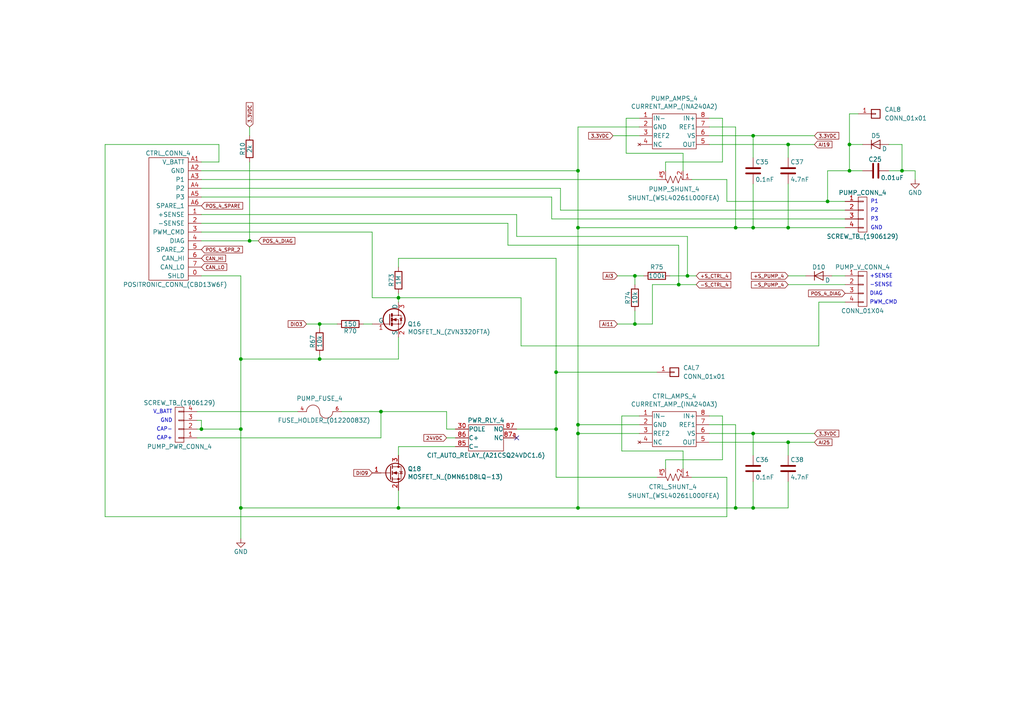
<source format=kicad_sch>
(kicad_sch (version 20250114) (generator "eeschema") (generator_version "9.0")
  (paper "A4")
  (lib_symbols
    (symbol "Connector_Generic:Conn_01x01" (pin_names (offset 1.016) (hide yes))
      (property "Reference" "J1" (at 2.54 1.2701 0))
      (property "Value" "Conn_01x01" (at 2.54 -1.2699 0))
      (symbol "Conn_01x01_1_1"
        (rectangle (start -1.27 1.27) (end 1.27 -1.27) (stroke (width 0.254)))
        (rectangle (start -1.27 0.127) (end 0 -0.127) (stroke (width 0.1524)))
        (pin passive line (at -5.08 0 0) (length 3.81) (name "Pin_1") (number "1"))
      )
    )
    (symbol "Device:Q_NMOS_GSD" (pin_names (offset 0) (hide yes))
      (property "Reference" "Q" (at 5.08 1.27 0))
      (property "Value" "Q_NMOS_GSD" (at 5.08 -1.27 0))
      (symbol "Q_NMOS_GSD_0_1"
        (polyline (pts (xy 0.254 1.905) (xy 0.254 -1.905)) (stroke (width 0.254)))
        (polyline (pts (xy 0.254 0) (xy -2.54 0)))
        (polyline (pts (xy 0.762 2.286) (xy 0.762 1.27)) (stroke (width 0.254)))
        (polyline (pts (xy 0.762 0.508) (xy 0.762 -0.508)) (stroke (width 0.254)))
        (polyline (pts (xy 0.762 -1.27) (xy 0.762 -2.286)) (stroke (width 0.254)))
        (polyline (pts (xy 0.762 -1.778) (xy 3.302 -1.778) (xy 3.302 1.778) (xy 0.762 1.778)))
        (polyline (pts (xy 1.016 0) (xy 2.032 0.381) (xy 2.032 -0.381) (xy 1.016 0)) (fill (type outline)))
        (circle (center 1.651 0) (radius 2.794) (stroke (width 0.254)))
        (polyline (pts (xy 2.54 2.54) (xy 2.54 1.778)))
        (circle (center 2.54 1.778) (radius 0.254) (fill (type outline)))
        (circle (center 2.54 -1.778) (radius 0.254) (fill (type outline)))
        (polyline (pts (xy 2.54 -2.54) (xy 2.54 0) (xy 0.762 0)))
        (polyline (pts (xy 2.794 0.508) (xy 2.921 0.381) (xy 3.683 0.381) (xy 3.81 0.254)))
        (polyline (pts (xy 3.302 0.381) (xy 2.921 -0.254) (xy 3.683 -0.254) (xy 3.302 0.381)))
      )
      (symbol "Q_NMOS_GSD_1_1"
        (pin input line (at -5.08 0 0) (length 2.54) (name "G") (number "1"))
        (pin passive line (at 2.54 5.08 270) (length 2.54) (name "D") (number "3"))
        (pin passive line (at 2.54 -5.08 90) (length 2.54) (name "S") (number "2"))
      )
    )
    (symbol "Device:R_Shunt_US" (pin_names (offset 0) (hide yes))
      (property "Reference" "R" (at -5.08 0 90))
      (property "Value" "R_Shunt_US" (at -3.048 0 90))
      (symbol "R_Shunt_US_1_1"
        (polyline (pts (xy 0 2.286) (xy 0 2.54)))
        (polyline (pts (xy 0 2.286) (xy 1.016 1.905) (xy 0 1.524) (xy -1.016 1.143) (xy 0 0.762)))
        (polyline (pts (xy 0 0.762) (xy 1.016 0.381) (xy 0 0) (xy -1.016 -0.381) (xy 0 -0.762)))
        (polyline (pts (xy 0 -0.762) (xy 1.016 -1.143) (xy 0 -1.524) (xy -1.016 -1.905) (xy 0 -2.286)))
        (polyline (pts (xy 0 -2.286) (xy 0 -2.54)))
        (polyline (pts (xy 0 -2.54) (xy 1.27 -2.54)))
        (polyline (pts (xy 1.27 2.54) (xy 0 2.54)))
        (pin passive line (at 0 5.08 270) (length 2.54) (name "~") (number "1"))
        (pin passive line (at 0 -5.08 90) (length 2.54) (name "~") (number "4"))
        (pin passive line (at 2.54 2.54 180) (length 1.27) (name "~") (number "2"))
        (pin passive line (at 2.54 -2.54 180) (length 1.27) (name "~") (number "3"))
      )
    )
    (symbol "Smart-Tank-Motherboard-rescue:C" (pin_numbers (hide yes)) (pin_names (offset 0.254))
      (property "Reference" "C" (at 0.635 2.54 0))
      (property "Value" "C" (at 0.635 -2.54 0))
      (symbol "C_0_1"
        (polyline (pts (xy -2.032 0.762) (xy 2.032 0.762)) (stroke (width 0.508)))
        (polyline (pts (xy -2.032 -0.762) (xy 2.032 -0.762)) (stroke (width 0.508)))
      )
      (symbol "C_1_1"
        (pin passive line (at 0 3.81 270) (length 2.794) (name "~") (number "1"))
        (pin passive line (at 0 -3.81 90) (length 2.794) (name "~") (number "2"))
      )
    )
    (symbol "Smart-Tank-Motherboard-rescue:CONN_01X04" (pin_names (offset 1.016) (hide yes))
      (property "Reference" "J" (at 0 6.35 0))
      (property "Value" "CONN_01X04" (at 2.54 0 90))
      (symbol "CONN_01X04_0_1"
        (rectangle (start -1.27 5.08) (end 1.27 -5.08))
        (rectangle (start -1.27 3.937) (end 0.254 3.683))
        (rectangle (start -1.27 1.397) (end 0.254 1.143))
        (rectangle (start -1.27 -1.143) (end 0.254 -1.397))
        (rectangle (start -1.27 -3.683) (end 0.254 -3.937))
      )
      (symbol "CONN_01X04_1_1"
        (pin passive line (at -5.08 3.81 0) (length 3.81) (name "P1") (number "1"))
        (pin passive line (at -5.08 1.27 0) (length 3.81) (name "P2") (number "2"))
        (pin passive line (at -5.08 -1.27 0) (length 3.81) (name "P3") (number "3"))
        (pin passive line (at -5.08 -3.81 0) (length 3.81) (name "P4") (number "4"))
      )
    )
    (symbol "Smart-Tank-Motherboard-rescue:D" (pin_numbers (hide yes)) (pin_names (offset 1.016) (hide yes))
      (property "Reference" "D" (at 0 2.54 0))
      (property "Value" "D" (at 0 -2.54 0))
      (symbol "D_0_1"
        (polyline (pts (xy -1.27 1.27) (xy -1.27 -1.27)) (stroke (width 0.2032)))
        (polyline (pts (xy 1.27 1.27) (xy 1.27 -1.27) (xy -1.27 0) (xy 1.27 1.27)) (stroke (width 0.2032)))
        (polyline (pts (xy 1.27 0) (xy -1.27 0)))
      )
      (symbol "D_1_1"
        (pin passive line (at -3.81 0 0) (length 2.54) (name "K") (number "1"))
        (pin passive line (at 3.81 0 180) (length 2.54) (name "A") (number "2"))
      )
    )
    (symbol "Smart-Tank-Motherboard-rescue:FUSE_HOLDER_(01220083Z)" (pin_names (offset 0.254))
      (property "Reference" "F" (at 0 3.81 0))
      (property "Value" "FUSE_HOLDER_(01220083Z)" (at 1.27 -3.81 0))
      (symbol "FUSE_HOLDER_(01220083Z)_0_1"
        (arc (start -3.81 0) (mid -1.905 1.905) (end 0 0))
        (arc (start 3.81 0) (mid 1.905 -1.905) (end 0 0))
      )
      (symbol "FUSE_HOLDER_(01220083Z)_1_1"
        (pin input line (at -6.35 0 0) (length 2.54) (name "~") (number "4"))
        (pin input line (at -6.35 0 0) (length 2.54) (hide yes) (name "~") (number "5"))
        (pin input line (at 6.35 0 180) (length 2.54) (name "~") (number "6"))
        (pin input line (at 6.35 0 180) (length 2.54) (hide yes) (name "~") (number "7"))
      )
    )
    (symbol "Smart-Tank-Motherboard-rescue:GND" (power) (pin_names (offset 0))
      (property "Value" "GND" (at 0 -3.81 0))
      (symbol "GND_0_1"
        (polyline (pts (xy 0 0) (xy 0 -1.27) (xy 1.27 -1.27) (xy 0 -2.54) (xy -1.27 -1.27) (xy 0 -1.27)))
      )
      (symbol "GND_1_1"
        (pin power_in line (at 0 0 270) (length 0) (hide yes) (name "GND") (number "1"))
      )
    )
    (symbol "Smart-Tank-Motherboard-rescue:MOSFET_N_(2N7002P,215)" (pin_names (offset 0))
      (property "Reference" "Q" (at 6.35 1.905 0))
      (property "Value" "MOSFET_N_(2N7002P,215)" (at 6.35 0 0))
      (symbol "MOSFET_N_(2N7002P,215)_0_1"
        (polyline (pts (xy 0 1.524) (xy 0 -1.524) (xy 0 -1.524)) (stroke (width 0.254)))
        (polyline (pts (xy 0.635 1.651) (xy 0.635 1.016)) (stroke (width 0.508)))
        (polyline (pts (xy 0.635 0.381) (xy 0.635 -0.381)) (stroke (width 0.508)))
        (polyline (pts (xy 0.635 -1.016) (xy 0.635 -1.651)) (stroke (width 0.508)))
        (polyline (pts (xy 0.762 1.27) (xy 2.54 1.27) (xy 2.54 2.54) (xy 2.54 2.54)))
        (polyline (pts (xy 0.762 0) (xy 1.27 0) (xy 2.54 0) (xy 2.54 -1.27) (xy 2.54 -1.27)))
        (polyline (pts (xy 0.762 -1.27) (xy 2.54 -1.27) (xy 2.54 -2.54) (xy 2.54 -2.54)))
        (polyline (pts (xy 0.889 0) (xy 1.905 0.381) (xy 1.905 -0.381) (xy 0.889 0) (xy 1.016 0) (xy 1.016 0)) (fill (type outline)))
        (circle (center 1.27 0) (radius 3.175) (stroke (width 0.3048)))
        (polyline (pts (xy 2.54 1.27) (xy 3.302 1.27) (xy 3.302 -1.27) (xy 2.54 -1.27)))
        (circle (center 2.54 1.27) (radius 0.127))
        (circle (center 2.54 -1.27) (radius 0.127))
        (polyline (pts (xy 3.048 0.381) (xy 2.921 0.254)))
        (polyline (pts (xy 3.048 0.381) (xy 3.556 0.381)))
        (polyline (pts (xy 3.302 0.381) (xy 3.048 -0.254) (xy 3.556 -0.254) (xy 3.302 0.381)) (fill (type outline)))
        (polyline (pts (xy 3.556 0.381) (xy 3.683 0.508)))
      )
      (symbol "MOSFET_N_(2N7002P,215)_1_1"
        (pin input line (at -5.08 -1.27 0) (length 5.08) (name "G") (number "1"))
        (pin passive line (at 2.54 5.08 270) (length 2.54) (name "D") (number "3"))
        (pin passive line (at 2.54 -5.08 90) (length 2.54) (name "S") (number "2"))
      )
    )
    (symbol "Smart-Tank-Motherboard-rescue:POSITRONIC_CONN_(CBD13W6F)" (pin_names (offset 1.016))
      (property "Reference" "CTRL_CONN_1" (at -0.762 16.51 0))
      (property "Value" "POSITRONIC_CONN_(CBD13W6F)" (at 1.27 -21.59 0))
      (symbol "POSITRONIC_CONN_(CBD13W6F)_0_1"
        (rectangle (start -6.35 15.24) (end 5.08 -20.32))
      )
      (symbol "POSITRONIC_CONN_(CBD13W6F)_1_1"
        (pin power_in line (at 8.89 13.97 180) (length 3.81) (name "V_BATT") (number "A1"))
        (pin power_in line (at 8.89 11.43 180) (length 3.81) (name "GND") (number "A2"))
        (pin power_out line (at 8.89 8.89 180) (length 3.81) (name "P1") (number "A3"))
        (pin power_out line (at 8.89 6.35 180) (length 3.81) (name "P2") (number "A4"))
        (pin power_out line (at 8.89 3.81 180) (length 3.81) (name "P3") (number "A5"))
        (pin input line (at 8.89 1.27 180) (length 3.81) (name "SPARE_1") (number "A6"))
        (pin passive line (at 8.89 -1.27 180) (length 3.81) (name "+SENSE") (number "1"))
        (pin passive line (at 8.89 -3.81 180) (length 3.81) (name "-SENSE") (number "2"))
        (pin input line (at 8.89 -6.35 180) (length 3.81) (name "PWM_CMD") (number "3"))
        (pin passive line (at 8.89 -8.89 180) (length 3.81) (name "DIAG") (number "4"))
        (pin passive line (at 8.89 -11.43 180) (length 3.81) (name "SPARE_2") (number "5"))
        (pin passive line (at 8.89 -13.97 180) (length 3.81) (name "CAN_HI") (number "6"))
        (pin passive line (at 8.89 -16.51 180) (length 3.81) (name "CAN_LO") (number "7"))
        (pin input line (at 8.89 -19.05 180) (length 3.81) (name "SHLD") (number "0"))
      )
    )
    (symbol "Smart-Tank-Motherboard-rescue:R" (pin_numbers (hide yes)) (pin_names (offset 0))
      (property "Reference" "R" (at 2.032 0 90))
      (property "Value" "R" (at 0 0 90))
      (symbol "R_0_1"
        (rectangle (start -1.016 -2.54) (end 1.016 2.54) (stroke (width 0.254)))
      )
      (symbol "R_1_1"
        (pin passive line (at 0 3.81 270) (length 1.27) (name "~") (number "1"))
        (pin passive line (at 0 -3.81 90) (length 1.27) (name "~") (number "2"))
      )
    )
    (symbol "Smart-Tank-Motherboard-rescue:SCREW_TB_(1906129)" (pin_names (offset 1.016) (hide yes))
      (property "Reference" "P" (at 0 6.35 0))
      (property "Value" "SCREW_TB_(1906129)" (at 2.54 0 90))
      (property "Description_1" " " (at 2.54 8.89 0))
      (symbol "SCREW_TB_(1906129)_0_1"
        (rectangle (start -1.27 5.08) (end 1.27 -5.08))
        (rectangle (start -1.27 3.937) (end 0.254 3.683))
        (rectangle (start -1.27 1.397) (end 0.254 1.143))
        (rectangle (start -1.27 -1.143) (end 0.254 -1.397))
        (rectangle (start -1.27 -3.683) (end 0.254 -3.937))
      )
      (symbol "SCREW_TB_(1906129)_1_1"
        (pin passive line (at -5.08 3.81 0) (length 3.81) (name "P1") (number "1"))
        (pin passive line (at -5.08 1.27 0) (length 3.81) (name "P2") (number "2"))
        (pin passive line (at -5.08 -1.27 0) (length 3.81) (name "P3") (number "3"))
        (pin passive line (at -5.08 -3.81 0) (length 3.81) (name "P4") (number "4"))
      )
    )
    (symbol "Smart-Tank-Motherboard-rescue:TE_AUTO_RELAY_(1432795-1)" (pin_names (offset 0.0254))
      (property "Reference" "P" (at 2.54 7.62 0))
      (property "Value" "TE_AUTO_RELAY_(1432795-1)" (at 3.81 -2.54 0))
      (symbol "TE_AUTO_RELAY_(1432795-1)_0_1"
        (rectangle (start -2.54 6.35) (end 7.62 -1.27))
      )
      (symbol "TE_AUTO_RELAY_(1432795-1)_1_1"
        (pin power_in line (at -6.35 5.08 0) (length 3.81) (name "POLE") (number "30"))
        (pin power_in line (at -6.35 2.54 0) (length 3.81) (name "C+") (number "86"))
        (pin input line (at -6.35 0 0) (length 3.81) (name "C-") (number "85"))
        (pin output line (at 11.43 5.08 180) (length 3.81) (name "NO") (number "87"))
        (pin output line (at 11.43 2.54 180) (length 3.81) (name "NC") (number "87a"))
      )
    )
    (symbol "_GARRETTS_PARTS:CURRENT_AMP_(INA240A3)" (pin_names (offset 0.254))
      (property "Reference" "CTRL_AMPS1" (at 15.24 6.985 0))
      (property "Value" "CURRENT_AMP_(INA240A3)" (at 15.24 4.6736 0))
      (symbol "CURRENT_AMP_(INA240A3)_0_1"
        (rectangle (start 8.89 2.54) (end 21.59 -7.62))
      )
      (symbol "CURRENT_AMP_(INA240A3)_1_1"
        (pin input line (at 5.08 1.27 0) (length 3.7084) (name "IN-") (number "1"))
        (pin power_in line (at 5.08 -1.27 0) (length 3.7084) (name "GND") (number "2"))
        (pin passive line (at 5.08 -3.81 0) (length 3.7084) (name "REF2") (number "3"))
        (pin no_connect line (at 5.08 -6.35 0) (length 3.7084) (name "NC") (number "4"))
        (pin input line (at 25.4 1.27 180) (length 3.7084) (name "IN+") (number "8"))
        (pin passive line (at 25.4 -1.27 180) (length 3.7084) (name "REF1") (number "7"))
        (pin power_in line (at 25.4 -3.81 180) (length 3.7084) (name "VS") (number "6"))
        (pin output line (at 25.4 -6.35 180) (length 3.7084) (name "OUT") (number "5"))
      )
    )
  )
  (text "PWM_CMD" (at 252.222 88.392 0) (effects (font (size 1.0922 1.0922)) (justify left bottom)))
  (text "P2" (at 252.476 61.722 0) (effects (font (size 1.0922 1.0922)) (justify left bottom)))
  (text "CAP-" (at 50.038 125.222 0) (effects (font (size 1.0922 1.0922)) (justify right bottom)))
  (text "DIAG" (at 252.222 85.852 0) (effects (font (size 1.0922 1.0922)) (justify left bottom)))
  (text "P1" (at 252.476 59.182 0) (effects (font (size 1.0922 1.0922)) (justify left bottom)))
  (text "CAP+" (at 50.038 127.762 0) (effects (font (size 1.0922 1.0922)) (justify right bottom)))
  (text "GND\n" (at 50.038 122.682 0) (effects (font (size 1.0922 1.0922)) (justify right bottom)))
  (text "GND" (at 252.476 66.802 0) (effects (font (size 1.0922 1.0922)) (justify left bottom)))
  (text "V_BATT" (at 50.038 120.142 0) (effects (font (size 1.0922 1.0922)) (justify right bottom)))
  (text "P3" (at 252.476 64.262 0) (effects (font (size 1.0922 1.0922)) (justify left bottom)))
  (text "-SENSE" (at 252.222 83.312 0) (effects (font (size 1.0922 1.0922)) (justify left bottom)))
  (text "+SENSE" (at 252.222 80.772 0) (effects (font (size 1.0922 1.0922)) (justify left bottom)))
  (junction (at 115.57 86.36))
  (junction (at 167.64 49.53))
  (junction (at 240.03 58.42))
  (junction (at 228.6 66.04))
  (junction (at 69.85 147.32))
  (junction (at 218.44 147.32))
  (junction (at 218.44 39.37))
  (junction (at 261.62 49.53))
  (junction (at 167.64 66.04))
  (junction (at 58.42 124.46))
  (junction (at 167.64 123.19))
  (junction (at 218.44 125.73))
  (junction (at 228.6 41.91))
  (junction (at 69.85 124.46))
  (junction (at 228.6 128.27))
  (junction (at 161.29 107.95))
  (junction (at 213.36 147.32))
  (junction (at 199.39 80.01))
  (junction (at 92.71 93.98))
  (junction (at 161.29 124.46))
  (junction (at 184.15 80.01))
  (junction (at 167.64 147.32))
  (junction (at 184.15 93.98))
  (junction (at 246.38 49.53))
  (junction (at 115.57 147.32))
  (junction (at 92.71 104.14))
  (junction (at 69.85 104.14))
  (junction (at 110.49 119.38))
  (junction (at 218.44 66.04))
  (junction (at 213.36 66.04))
  (junction (at 246.38 41.91))
  (junction (at 167.64 125.73))
  (junction (at 72.39 69.85))
  (junction (at 196.85 82.55))
  (no_connect (at 149.86 127))
  (wire (pts (xy 160.02 63.5) (xy 245.11 63.5)))
  (wire (pts (xy 58.42 64.77) (xy 147.32 64.77)))
  (wire (pts (xy 129.54 124.46) (xy 129.54 119.38)))
  (wire (pts (xy 205.74 41.91) (xy 228.6 41.91)))
  (wire (pts (xy 69.85 147.32) (xy 69.85 156.21)))
  (wire (pts (xy 167.64 123.19) (xy 185.42 123.19)))
  (wire (pts (xy 167.64 123.19) (xy 167.64 125.73)))
  (wire (pts (xy 265.43 49.53) (xy 261.62 49.53)))
  (wire (pts (xy 72.39 69.85) (xy 74.93 69.85)))
  (wire (pts (xy 218.44 125.73) (xy 236.22 125.73)))
  (wire (pts (xy 218.44 147.32) (xy 228.6 147.32)))
  (wire (pts (xy 181.61 34.29) (xy 185.42 34.29)))
  (wire (pts (xy 151.13 100.33) (xy 237.49 100.33)))
  (wire (pts (xy 205.74 128.27) (xy 228.6 128.27)))
  (wire (pts (xy 58.42 54.61) (xy 162.56 54.61)))
  (wire (pts (xy 69.85 104.14) (xy 69.85 124.46)))
  (wire (pts (xy 184.15 80.01) (xy 186.69 80.01)))
  (wire (pts (xy 233.68 80.01) (xy 228.6 80.01)))
  (wire (pts (xy 184.15 80.01) (xy 184.15 82.55)))
  (wire (pts (xy 105.41 93.98) (xy 107.95 93.98)))
  (wire (pts (xy 248.92 33.02) (xy 246.38 33.02)))
  (wire (pts (xy 63.5 46.99) (xy 58.42 46.99)))
  (wire (pts (xy 115.57 147.32) (xy 167.64 147.32)))
  (wire (pts (xy 30.48 149.86) (xy 210.82 149.86)))
  (wire (pts (xy 246.38 41.91) (xy 246.38 49.53)))
  (wire (pts (xy 198.12 135.89) (xy 198.12 130.81)))
  (wire (pts (xy 198.12 44.45) (xy 181.61 44.45)))
  (wire (pts (xy 209.55 34.29) (xy 205.74 34.29)))
  (wire (pts (xy 184.15 93.98) (xy 189.23 93.98)))
  (wire (pts (xy 198.12 130.81) (xy 180.34 130.81)))
  (wire (pts (xy 209.55 133.35) (xy 209.55 120.65)))
  (wire (pts (xy 179.07 93.98) (xy 184.15 93.98)))
  (wire (pts (xy 213.36 66.04) (xy 218.44 66.04)))
  (wire (pts (xy 218.44 132.08) (xy 218.44 125.73)))
  (wire (pts (xy 69.85 104.14) (xy 92.71 104.14)))
  (wire (pts (xy 161.29 74.93) (xy 161.29 107.95)))
  (wire (pts (xy 92.71 104.14) (xy 115.57 104.14)))
  (wire (pts (xy 149.86 62.23) (xy 149.86 68.58)))
  (wire (pts (xy 167.64 147.32) (xy 213.36 147.32)))
  (wire (pts (xy 63.5 41.91) (xy 63.5 46.99)))
  (wire (pts (xy 92.71 93.98) (xy 97.79 93.98)))
  (wire (pts (xy 30.48 41.91) (xy 63.5 41.91)))
  (wire (pts (xy 193.04 46.99) (xy 209.55 46.99)))
  (wire (pts (xy 58.42 49.53) (xy 167.64 49.53)))
  (wire (pts (xy 240.03 58.42) (xy 245.11 58.42)))
  (wire (pts (xy 261.62 41.91) (xy 261.62 49.53)))
  (wire (pts (xy 190.5 107.95) (xy 161.29 107.95)))
  (wire (pts (xy 218.44 39.37) (xy 218.44 45.72)))
  (wire (pts (xy 196.85 82.55) (xy 201.93 82.55)))
  (wire (pts (xy 115.57 104.14) (xy 115.57 97.79)))
  (wire (pts (xy 218.44 39.37) (xy 236.22 39.37)))
  (wire (pts (xy 209.55 120.65) (xy 205.74 120.65)))
  (wire (pts (xy 57.15 121.92) (xy 58.42 121.92)))
  (wire (pts (xy 228.6 128.27) (xy 228.6 132.08)))
  (wire (pts (xy 92.71 95.25) (xy 92.71 93.98)))
  (wire (pts (xy 218.44 53.34) (xy 218.44 66.04)))
  (wire (pts (xy 213.36 123.19) (xy 213.36 147.32)))
  (wire (pts (xy 218.44 66.04) (xy 228.6 66.04)))
  (wire (pts (xy 218.44 139.7) (xy 218.44 147.32)))
  (wire (pts (xy 179.07 80.01) (xy 184.15 80.01)))
  (wire (pts (xy 213.36 147.32) (xy 218.44 147.32)))
  (wire (pts (xy 167.64 125.73) (xy 167.64 147.32)))
  (wire (pts (xy 115.57 129.54) (xy 115.57 132.08)))
  (wire (pts (xy 177.8 39.37) (xy 185.42 39.37)))
  (wire (pts (xy 149.86 68.58) (xy 199.39 68.58)))
  (wire (pts (xy 261.62 49.53) (xy 257.81 49.53)))
  (wire (pts (xy 190.5 138.43) (xy 161.29 138.43)))
  (wire (pts (xy 115.57 86.36) (xy 115.57 87.63)))
  (wire (pts (xy 115.57 85.09) (xy 115.57 86.36)))
  (wire (pts (xy 110.49 127) (xy 110.49 119.38)))
  (wire (pts (xy 88.9 93.98) (xy 92.71 93.98)))
  (wire (pts (xy 189.23 82.55) (xy 196.85 82.55)))
  (wire (pts (xy 237.49 87.63) (xy 245.11 87.63)))
  (wire (pts (xy 58.42 62.23) (xy 149.86 62.23)))
  (wire (pts (xy 72.39 36.83) (xy 72.39 39.37)))
  (wire (pts (xy 199.39 68.58) (xy 199.39 80.01)))
  (wire (pts (xy 210.82 58.42) (xy 240.03 58.42)))
  (wire (pts (xy 115.57 86.36) (xy 151.13 86.36)))
  (wire (pts (xy 193.04 133.35) (xy 209.55 133.35)))
  (wire (pts (xy 58.42 67.31) (xy 107.95 67.31)))
  (wire (pts (xy 261.62 41.91) (xy 257.81 41.91)))
  (wire (pts (xy 58.42 124.46) (xy 69.85 124.46)))
  (wire (pts (xy 210.82 52.07) (xy 210.82 58.42)))
  (wire (pts (xy 184.15 90.17) (xy 184.15 93.98)))
  (wire (pts (xy 110.49 119.38) (xy 129.54 119.38)))
  (wire (pts (xy 228.6 139.7) (xy 228.6 147.32)))
  (wire (pts (xy 99.06 119.38) (xy 110.49 119.38)))
  (wire (pts (xy 193.04 49.53) (xy 193.04 46.99)))
  (wire (pts (xy 213.36 36.83) (xy 213.36 66.04)))
  (wire (pts (xy 72.39 46.99) (xy 72.39 69.85)))
  (wire (pts (xy 228.6 66.04) (xy 245.11 66.04)))
  (wire (pts (xy 147.32 64.77) (xy 147.32 71.12)))
  (wire (pts (xy 57.15 119.38) (xy 86.36 119.38)))
  (wire (pts (xy 228.6 41.91) (xy 236.22 41.91)))
  (wire (pts (xy 147.32 71.12) (xy 196.85 71.12)))
  (wire (pts (xy 69.85 147.32) (xy 115.57 147.32)))
  (wire (pts (xy 115.57 142.24) (xy 115.57 147.32)))
  (wire (pts (xy 58.42 121.92) (xy 58.42 124.46)))
  (wire (pts (xy 205.74 39.37) (xy 218.44 39.37)))
  (wire (pts (xy 129.54 127) (xy 132.08 127)))
  (wire (pts (xy 245.11 82.55) (xy 228.6 82.55)))
  (wire (pts (xy 132.08 129.54) (xy 115.57 129.54)))
  (wire (pts (xy 58.42 57.15) (xy 160.02 57.15)))
  (wire (pts (xy 167.64 66.04) (xy 167.64 49.53)))
  (wire (pts (xy 246.38 49.53) (xy 240.03 49.53)))
  (wire (pts (xy 161.29 107.95) (xy 161.29 124.46)))
  (wire (pts (xy 132.08 124.46) (xy 129.54 124.46)))
  (wire (pts (xy 58.42 69.85) (xy 72.39 69.85)))
  (wire (pts (xy 69.85 124.46) (xy 69.85 147.32)))
  (wire (pts (xy 196.85 71.12) (xy 196.85 82.55)))
  (wire (pts (xy 246.38 33.02) (xy 246.38 41.91)))
  (wire (pts (xy 209.55 46.99) (xy 209.55 34.29)))
  (wire (pts (xy 189.23 93.98) (xy 189.23 82.55)))
  (wire (pts (xy 210.82 138.43) (xy 200.66 138.43)))
  (wire (pts (xy 228.6 128.27) (xy 236.22 128.27)))
  (wire (pts (xy 205.74 36.83) (xy 213.36 36.83)))
  (wire (pts (xy 162.56 54.61) (xy 162.56 60.96)))
  (wire (pts (xy 92.71 102.87) (xy 92.71 104.14)))
  (wire (pts (xy 151.13 86.36) (xy 151.13 100.33)))
  (wire (pts (xy 167.64 125.73) (xy 185.42 125.73)))
  (wire (pts (xy 180.34 130.81) (xy 180.34 120.65)))
  (wire (pts (xy 200.66 52.07) (xy 210.82 52.07)))
  (wire (pts (xy 149.86 124.46) (xy 161.29 124.46)))
  (wire (pts (xy 228.6 53.34) (xy 228.6 66.04)))
  (wire (pts (xy 198.12 49.53) (xy 198.12 44.45)))
  (wire (pts (xy 181.61 44.45) (xy 181.61 34.29)))
  (wire (pts (xy 107.95 67.31) (xy 107.95 86.36)))
  (wire (pts (xy 205.74 123.19) (xy 213.36 123.19)))
  (wire (pts (xy 240.03 49.53) (xy 240.03 58.42)))
  (wire (pts (xy 57.15 127) (xy 110.49 127)))
  (wire (pts (xy 194.31 80.01) (xy 199.39 80.01)))
  (wire (pts (xy 162.56 60.96) (xy 245.11 60.96)))
  (wire (pts (xy 167.64 66.04) (xy 167.64 123.19)))
  (wire (pts (xy 160.02 57.15) (xy 160.02 63.5)))
  (wire (pts (xy 193.04 135.89) (xy 193.04 133.35)))
  (wire (pts (xy 107.95 86.36) (xy 115.57 86.36)))
  (wire (pts (xy 115.57 74.93) (xy 161.29 74.93)))
  (wire (pts (xy 167.64 66.04) (xy 213.36 66.04)))
  (wire (pts (xy 57.15 124.46) (xy 58.42 124.46)))
  (wire (pts (xy 180.34 120.65) (xy 185.42 120.65)))
  (wire (pts (xy 58.42 80.01) (xy 69.85 80.01)))
  (wire (pts (xy 250.19 49.53) (xy 246.38 49.53)))
  (wire (pts (xy 205.74 125.73) (xy 218.44 125.73)))
  (wire (pts (xy 210.82 149.86) (xy 210.82 138.43)))
  (wire (pts (xy 241.3 80.01) (xy 245.11 80.01)))
  (wire (pts (xy 199.39 80.01) (xy 201.93 80.01)))
  (wire (pts (xy 69.85 80.01) (xy 69.85 104.14)))
  (wire (pts (xy 228.6 41.91) (xy 228.6 45.72)))
  (wire (pts (xy 185.42 36.83) (xy 167.64 36.83)))
  (wire (pts (xy 246.38 41.91) (xy 250.19 41.91)))
  (wire (pts (xy 265.43 52.07) (xy 265.43 49.53)))
  (wire (pts (xy 115.57 77.47) (xy 115.57 74.93)))
  (wire (pts (xy 167.64 36.83) (xy 167.64 49.53)))
  (wire (pts (xy 161.29 138.43) (xy 161.29 124.46)))
  (wire (pts (xy 58.42 52.07) (xy 190.5 52.07)))
  (wire (pts (xy 237.49 100.33) (xy 237.49 87.63)))
  (wire (pts (xy 30.48 41.91) (xy 30.48 149.86)))
  (global_label "POS_4_DIAG" (shape input) (at 74.93 69.85 0) (effects (font (size 0.9906 0.9906))) (property "Intersheetrefs" "${INTERSHEET_REFS}" (effects (hide yes))))
  (global_label "AI3" (shape input) (at 179.07 80.01 180) (effects (font (size 0.9906 0.9906))) (property "Intersheetrefs" "${INTERSHEET_REFS}" (effects (hide yes))))
  (global_label "POS_4_DIAG" (shape input) (at 245.11 85.09 180) (effects (font (size 0.9906 0.9906))) (property "Intersheetrefs" "${INTERSHEET_REFS}" (effects (hide yes))))
  (global_label "DIO3" (shape input) (at 88.9 93.98 180) (effects (font (size 0.9906 0.9906))) (property "Intersheetrefs" "${INTERSHEET_REFS}" (effects (hide yes))))
  (global_label "-S_PUMP_4" (shape input) (at 228.6 82.55 180) (effects (font (size 0.9906 0.9906))) (property "Intersheetrefs" "${INTERSHEET_REFS}" (effects (hide yes))))
  (global_label "POS_4_SPARE" (shape input) (at 58.42 59.69 0) (effects (font (size 0.9906 0.9906))) (property "Intersheetrefs" "${INTERSHEET_REFS}" (effects (hide yes))))
  (global_label "POS_4_SPR_2" (shape input) (at 58.42 72.39 0) (effects (font (size 0.9906 0.9906))) (property "Intersheetrefs" "${INTERSHEET_REFS}" (effects (hide yes))))
  (global_label "3.3VDC" (shape input) (at 72.39 36.83 90) (effects (font (size 0.9906 0.9906))) (property "Intersheetrefs" "${INTERSHEET_REFS}" (effects (hide yes))))
  (global_label "AI25" (shape input) (at 236.22 128.27 0) (effects (font (size 0.9906 0.9906))) (property "Intersheetrefs" "${INTERSHEET_REFS}" (effects (hide yes))))
  (global_label "3.3VDC" (shape input) (at 236.22 125.73 0) (effects (font (size 0.9906 0.9906))) (property "Intersheetrefs" "${INTERSHEET_REFS}" (effects (hide yes))))
  (global_label "3.3VDC" (shape input) (at 177.8 39.37 180) (effects (font (size 0.9906 0.9906))) (property "Intersheetrefs" "${INTERSHEET_REFS}" (effects (hide yes))))
  (global_label "-S_CTRL_4" (shape input) (at 201.93 82.55 0) (effects (font (size 0.9906 0.9906))) (property "Intersheetrefs" "${INTERSHEET_REFS}" (effects (hide yes))))
  (global_label "CAN_HI" (shape input) (at 58.42 74.93 0) (effects (font (size 0.9906 0.9906))) (property "Intersheetrefs" "${INTERSHEET_REFS}" (effects (hide yes))))
  (global_label "+S_PUMP_4" (shape input) (at 228.6 80.01 180) (effects (font (size 0.9906 0.9906))) (property "Intersheetrefs" "${INTERSHEET_REFS}" (effects (hide yes))))
  (global_label "3.3VDC" (shape input) (at 236.22 39.37 0) (effects (font (size 0.9906 0.9906))) (property "Intersheetrefs" "${INTERSHEET_REFS}" (effects (hide yes))))
  (global_label "AI11" (shape input) (at 179.07 93.98 180) (effects (font (size 0.9906 0.9906))) (property "Intersheetrefs" "${INTERSHEET_REFS}" (effects (hide yes))))
  (global_label "24VDC" (shape input) (at 129.54 127 180) (effects (font (size 0.9906 0.9906))) (property "Intersheetrefs" "${INTERSHEET_REFS}" (effects (hide yes))))
  (global_label "+S_CTRL_4" (shape input) (at 201.93 80.01 0) (effects (font (size 0.9906 0.9906))) (property "Intersheetrefs" "${INTERSHEET_REFS}" (effects (hide yes))))
  (global_label "DIO9" (shape input) (at 107.95 137.16 180) (effects (font (size 0.9906 0.9906))) (property "Intersheetrefs" "${INTERSHEET_REFS}" (effects (hide yes))))
  (global_label "AI19" (shape input) (at 236.22 41.91 0) (effects (font (size 0.9906 0.9906))) (property "Intersheetrefs" "${INTERSHEET_REFS}" (effects (hide yes))))
  (global_label "CAN_LO" (shape input) (at 58.42 77.47 0) (effects (font (size 0.9906 0.9906))) (property "Intersheetrefs" "${INTERSHEET_REFS}" (effects (hide yes))))
  (symbol (lib_id "Smart-Tank-Motherboard-rescue:FUSE_HOLDER_(01220083Z)") (at 92.71 119.38 0) (unit 1)
    (property "Reference" "PUMP_FUSE_4" (at 92.71 115.57 0))
    (property "Value" "FUSE_HOLDER_(01220083Z)" (at 93.98 121.92 0))
    (property "Footprint" "Smart_Tank:FUSE_HOLDER_(01220083Z)" (effects (hide yes)))
  )
  (symbol (lib_id "Smart-Tank-Motherboard-rescue:CONN_01X04") (at 250.19 83.82 0) (unit 1)
    (property "Reference" "PUMP_V_CONN_4" (at 250.19 77.47 0))
    (property "Value" "CONN_01X04" (at 250.19 90.17 0))
    (property "Footprint" "Smart_Tank:PHNX_TB_SCREW_4_POS_(1729144)" (effects (hide yes)))
  )
  (symbol (lib_id "Device:R_Shunt_US") (at 195.58 138.43 270) (mirror x) (unit 1)
    (property "Reference" "CTRL_SHUNT_4" (at 202.184 141.224 90) (effects (justify right)))
    (property "Value" "SHUNT_(WSL40261L000FEA)" (at 208.788 143.764 90) (effects (justify right)))
    (property "Footprint" "_GARRETTS_PARTS:SHUNT_(WSL40261L000FEA)" (effects (hide yes)))
  )
  (symbol (lib_id "_GARRETTS_PARTS:CURRENT_AMP_(INA240A3)") (at 180.34 35.56 0) (unit 1)
    (property "Reference" "PUMP_AMPS_4" (at 195.58 28.575 0))
    (property "Value" "CURRENT_AMP_(INA240A2)" (at 195.58 30.8864 0))
    (property "Footprint" "Package_SO:SOIC-8_3.9x4.9mm_P1.27mm" (effects (hide yes)))
    (property "Datasheet" "https://www.digikey.com/en/products/detail/texas-instruments/INA240A2EDRQ1/9861455?s=N4IgTCBcDaIJIDkCCYAsAGFBRAIgJQEUBGEAXQF8g" (effects (hide yes)))
  )
  (symbol (lib_id "Connector_Generic:Conn_01x01") (at 195.58 107.95 0) (unit 1)
    (property "Reference" "CAL7" (at 198.12 106.6799 0) (effects (justify left)))
    (property "Value" "CONN_01x01" (at 198.12 109.2199 0) (effects (justify left)))
    (property "Description" "Generic connector, single row, 01x01, script generated (kicad-library-utils/schlib/autogen/connector/)" (effects (hide yes)))
  )
  (symbol (lib_id "Device:R_Shunt_US") (at 195.58 52.07 270) (mirror x) (unit 1)
    (property "Reference" "PUMP_SHUNT_4" (at 202.946 54.864 90) (effects (justify right)))
    (property "Value" "SHUNT_(WSL40261L000FEA)" (at 208.788 57.404 90) (effects (justify right)))
    (property "Footprint" "_GARRETTS_PARTS:SHUNT_(WSL40261L000FEA)" (effects (hide yes)))
  )
  (symbol (lib_id "Smart-Tank-Motherboard-rescue:D") (at 254 41.91 0) (unit 1)
    (property "Reference" "D5" (at 254 39.37 0))
    (property "Value" "D" (at 256.54 43.18 0))
    (property "Footprint" "Diodes_SMD:SOD-123" (effects (hide yes)))
  )
  (symbol (lib_id "Smart-Tank-Motherboard-rescue:TE_AUTO_RELAY_(1432795-1)") (at 138.43 129.54 0) (unit 1)
    (property "Reference" "PWR_RLY_4" (at 140.97 121.92 0))
    (property "Value" "CIT_AUTO_RELAY_(A21CSQ24VDC1.6)" (at 140.97 132.08 0))
    (property "Footprint" "Smart_Tank:TE_AUTO_RELAY_SOCKET_(VCF4-1000)" (effects (hide yes)))
  )
  (symbol (lib_id "Smart-Tank-Motherboard-rescue:R") (at 72.39 43.18 180) (unit 1)
    (property "Reference" "R10" (at 70.358 43.18 90))
    (property "Value" "2k" (at 72.39 43.18 90))
    (property "Footprint" "Resistors_SMD:R_1206" (effects (hide yes)))
  )
  (symbol (lib_id "Smart-Tank-Motherboard-rescue:R") (at 115.57 81.28 180) (unit 1)
    (property "Reference" "R73" (at 113.538 81.28 90))
    (property "Value" "1M" (at 115.57 81.28 90))
    (property "Footprint" "Resistors_SMD:R_1206" (effects (hide yes)))
  )
  (symbol (lib_id "Smart-Tank-Motherboard-rescue:C") (at 218.44 49.53 0) (unit 1)
    (property "Reference" "C35" (at 219.075 46.99 0) (effects (justify left)))
    (property "Value" "0.1nF" (at 219.075 52.07 0) (effects (justify left)))
    (property "Footprint" "Capacitors_SMD:C_1206" (effects (hide yes)))
  )
  (symbol (lib_id "Smart-Tank-Motherboard-rescue:R") (at 101.6 93.98 270) (unit 1)
    (property "Reference" "R70" (at 101.6 96.012 90))
    (property "Value" "150" (at 101.6 93.98 90))
    (property "Footprint" "Resistors_SMD:R_1206" (effects (hide yes)))
  )
  (symbol (lib_id "Smart-Tank-Motherboard-rescue:SCREW_TB_(1906129)") (at 52.07 123.19 180) (unit 1)
    (property "Reference" "PUMP_PWR_CONN_4" (at 52.07 129.54 0))
    (property "Value" "SCREW_TB_(1906129)" (at 52.07 116.84 0))
    (property "Footprint" "Smart_Tank:PHNX_TB_SCREW_4_POS_(1906129)" (effects (hide yes)))
    (property "Description" " " (at 49.53 132.08 0) (effects (font (size 1.524 1.524))))
  )
  (symbol (lib_id "Smart-Tank-Motherboard-rescue:C") (at 254 49.53 90) (unit 1)
    (property "Reference" "C25" (at 255.778 46.228 90) (effects (justify left)))
    (property "Value" "0.01uF" (at 262.128 51.562 90) (effects (justify left)))
    (property "Footprint" "Capacitors_SMD:C_1206" (effects (hide yes)))
  )
  (symbol (lib_id "Smart-Tank-Motherboard-rescue:C") (at 228.6 135.89 0) (unit 1)
    (property "Reference" "C38" (at 229.235 133.35 0) (effects (justify left)))
    (property "Value" "4.7nF" (at 229.235 138.43 0) (effects (justify left)))
    (property "Footprint" "Capacitors_SMD:C_1206" (effects (hide yes)))
  )
  (symbol (lib_id "Smart-Tank-Motherboard-rescue:C") (at 228.6 49.53 0) (unit 1)
    (property "Reference" "C37" (at 229.235 46.99 0) (effects (justify left)))
    (property "Value" "4.7nF" (at 229.235 52.07 0) (effects (justify left)))
    (property "Footprint" "Capacitors_SMD:C_1206" (effects (hide yes)))
  )
  (symbol (lib_id "_GARRETTS_PARTS:CURRENT_AMP_(INA240A3)") (at 180.34 121.92 0) (unit 1)
    (property "Reference" "CTRL_AMPS_4" (at 195.58 114.935 0))
    (property "Value" "CURRENT_AMP_(INA240A3)" (at 195.58 117.2464 0))
    (property "Footprint" "Package_SO:SOIC-8_3.9x4.9mm_P1.27mm" (effects (hide yes)))
    (property "Datasheet" "https://www.digikey.com/en/products/detail/texas-instruments/INA240A3EDRQ1/9861456" (effects (hide yes)))
  )
  (symbol (lib_id "Smart-Tank-Motherboard-rescue:C") (at 218.44 135.89 0) (unit 1)
    (property "Reference" "C36" (at 219.075 133.35 0) (effects (justify left)))
    (property "Value" "0.1nF" (at 219.075 138.43 0) (effects (justify left)))
    (property "Footprint" "Capacitors_SMD:C_1206" (effects (hide yes)))
  )
  (symbol (lib_id "Smart-Tank-Motherboard-rescue:R") (at 190.5 80.01 270) (unit 1)
    (property "Reference" "R75" (at 190.5 77.47 90))
    (property "Value" "100k" (at 190.5 80.01 90))
    (property "Footprint" "Resistors_SMD:R_1206" (effects (hide yes)))
  )
  (symbol (lib_id "Smart-Tank-Motherboard-rescue:GND") (at 69.85 156.21 0) (unit 1)
    (property "Reference" "#PWR025" (effects (hide yes)))
    (property "Value" "GND" (at 69.85 160.02 0))
  )
  (symbol (lib_id "Smart-Tank-Motherboard-rescue:D") (at 237.49 80.01 0) (unit 1)
    (property "Reference" "D10" (at 237.49 77.47 0))
    (property "Value" "D" (at 240.03 81.28 0))
    (property "Footprint" "Diodes_SMD:SOD-123" (effects (hide yes)))
  )
  (symbol (lib_id "Smart-Tank-Motherboard-rescue:GND") (at 265.43 52.07 0) (unit 1)
    (property "Reference" "#PWR030" (effects (hide yes)))
    (property "Value" "GND" (at 265.43 55.88 0))
  )
  (symbol (lib_id "Smart-Tank-Motherboard-rescue:R") (at 92.71 99.06 180) (unit 1)
    (property "Reference" "R67" (at 90.678 99.06 90))
    (property "Value" "10k" (at 92.71 99.06 90))
    (property "Footprint" "Resistors_SMD:R_1206" (effects (hide yes)))
  )
  (symbol (lib_id "Smart-Tank-Motherboard-rescue:MOSFET_N_(2N7002P,215)") (at 113.03 92.71 0) (unit 1)
    (property "Reference" "Q16" (at 122.174 93.98 0) (effects (justify right)))
    (property "Value" "MOSFET_N_(ZVN3320FTA)" (at 142.24 96.266 0) (effects (justify right)))
    (property "Footprint" "TO_SOT_Packages_SMD:SOT-23" (effects (hide yes)))
  )
  (symbol (lib_id "Connector_Generic:Conn_01x01") (at 254 33.02 0) (unit 1)
    (property "Reference" "CAL8" (at 256.54 31.7499 0) (effects (justify left)))
    (property "Value" "CONN_01x01" (at 256.54 34.2899 0) (effects (justify left)))
    (property "Description" "Generic connector, single row, 01x01, script generated (kicad-library-utils/schlib/autogen/connector/)" (effects (hide yes)))
  )
  (symbol (lib_id "Smart-Tank-Motherboard-rescue:POSITRONIC_CONN_(CBD13W6F)") (at 49.53 60.96 0) (unit 1)
    (property "Reference" "CTRL_CONN_4" (at 48.768 44.45 0))
    (property "Value" "POSITRONIC_CONN_(CBD13W6F)" (at 50.8 82.55 0))
    (property "Footprint" "Smart_Tank:POSITRONIC_D-SUB_(CBD13W6F35S600X_AA)" (effects (hide yes)))
  )
  (symbol (lib_id "Device:Q_NMOS_GSD") (at 113.03 137.16 0) (unit 1)
    (property "Reference" "Q18" (at 118.237 135.9916 0) (effects (justify left)))
    (property "Value" "MOSFET_N_(DMN61D8LQ-13)" (at 118.237 138.303 0) (effects (justify left)))
    (property "Footprint" "Package_TO_SOT_SMD:SOT-23" (effects (hide yes)))
    (property "Datasheet" "https://www.digikey.com/en/products/detail/diodes-incorporated/DMN61D8LQ-13/5488598" (effects (hide yes)))
  )
  (symbol (lib_id "Smart-Tank-Motherboard-rescue:R") (at 184.15 86.36 180) (unit 1)
    (property "Reference" "R74" (at 182.118 86.36 90))
    (property "Value" "10k" (at 184.15 86.36 90))
    (property "Footprint" "Resistors_SMD:R_1206" (effects (hide yes)))
  )
  (symbol (lib_id "Smart-Tank-Motherboard-rescue:SCREW_TB_(1906129)") (at 250.19 62.23 0) (unit 1)
    (property "Reference" "PUMP_CONN_4" (at 250.19 55.88 0))
    (property "Value" "SCREW_TB_(1906129)" (at 250.19 68.58 0))
    (property "Footprint" "Smart_Tank:PHNX_TB_SCREW_4_POS_(1906129)" (effects (hide yes)))
    (property "Description" " " (at 252.73 53.34 0) (effects (font (size 1.524 1.524))))
  )
)
</source>
